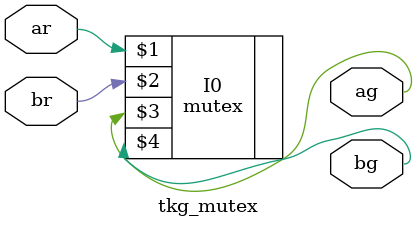
<source format=v>
/*
	Teak synthesiser for the Balsa language
	Copyright (C) 2007-2010 The University of Manchester

	This program is free software: you can redistribute it and/or modify
	it under the terms of the GNU General Public License as published by
	the Free Software Foundation, either version 3 of the License, or
	(at your option) any later version.

	This program is distributed in the hope that it will be useful,
	but WITHOUT ANY WARRANTY; without even the implied warranty of
	MERCHANTABILITY or FITNESS FOR A PARTICULAR PURPOSE.  See the
	GNU General Public License for more details.

	You should have received a copy of the GNU General Public License
	along with this program.  If not, see <http://www.gnu.org/licenses/>.

	Andrew Bardsley <bardsley@cs.man.ac.uk> (and others, see AUTHORS)
	School of Computer Science, The University of Manchester
	Oxford Road, MANCHESTER, M13 9PL, UK
*/
/*
	amust-mapping.v : Teak tech mapping for Amust 180nm library
*/

// tkg_{and,or,nand,nor}[23] : 2/3 input AND/OR/NAND/NOR gates
module tkg_and2 (output o, input i0, i1);
	and2x1 I0 (o, i0, i1);
endmodule
module tkg_and3 (output o, input i0, i1, i2);
	and3x1 I0 (o, i0, i1, i2);
endmodule
module tkg_or2 (output o, input i0, i1);
	or2x1 I0 (o, i0, i1);
endmodule
module tkg_or3 (output o, input i0, i1, i2);
	or3x1 I0 (o, i0, i1, i2);
endmodule
module tkg_nand2 (output o, input i0, i1);
	nand2x1 I0 (o, i0, i1);
endmodule
module tkg_nand3 (output o, input i0, i1, i2);
	nand3x1 I0 (o, i0, i1, i2);
endmodule
module tkg_nor2 (output o, input i0, i1);
	nor2x1 I0 (o, i0, i1);
endmodule
module tkg_nor3 (output o, input i0, i1, i2);
	nor3x1 I0 (o, i0, i1, i2);
endmodule

// tkg_c[23] : 2/3 input symmetric C-elements
module tkg_c2 (output o, input i0, i1);
	c2x1 I0 (o, i0, i1);
endmodule
module tkg_c3 (output o, input i0, i1, i2);
	c3x1 I0 (o, i0, i1, i2);
endmodule
// tkg_c2r1 : 2 input symmetric C-element with active high reset
module tkg_c2r1 (output o, input i0, i1, r);
	c2rax1 I0 (o, i0, i1, r);
endmodule
// tkg_c1u1 : asymmetric C-element with one 'symmetric' and one 'up' input
module tkg_c1u1 (output o, input s0, u0);
	ao22x1 I0 (o, s0, u0, s0, o);
endmodule

// tkg_ao22 : AND-Ok -R-22.  o = i0&i1 | i2&i3
module tkg_ao22 (output o, input i0, i1, i2, i3);
	ao22x1 I0 (o, i0, i1, i2, i3);
endmodule
// tkg_ao222 : AND-OR-222.  o = i0&i1 | i2&i3 | i4&i5
module tkg_ao222 (output o, input i0, i1, i2, i3, i4, i5);
	ao222x1 I0 (o, i0, i1, i2, i3, i4, i5);
endmodule

// tkg_gnd : logic 0 connection
module tkg_gnd (output o);
	gnd I0 (o);
endmodule

// tkg_inv : inverter
module tkg_inv (output o, input i);
	invx1 I0 (o, i);
endmodule

// tkg_buff : non-inverting logical buffer
module tkg_buff (output o, input i);
	feedx1 I0 (o, i);
endmodule

// tkg_mutex : mutual exclusion element.  ag&bg is never true.
module tkg_mutex (input ar, br, output ag, bg);
	mutex I0 (ar, br, ag, bg);
endmodule

</source>
